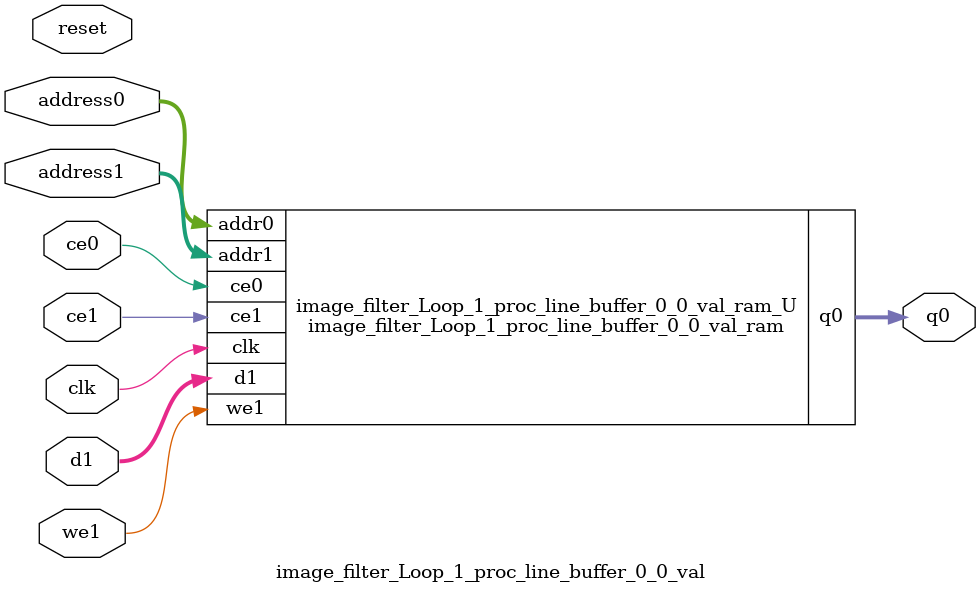
<source format=v>

`timescale 1 ns / 1 ps
module image_filter_Loop_1_proc_line_buffer_0_0_val_ram (addr0, ce0, q0, addr1, ce1, d1, we1,  clk);

parameter DWIDTH = 8;
parameter AWIDTH = 11;
parameter MEM_SIZE = 1921;

input[AWIDTH-1:0] addr0;
input ce0;
output reg[DWIDTH-1:0] q0;
input[AWIDTH-1:0] addr1;
input ce1;
input[DWIDTH-1:0] d1;
input we1;
input clk;

(* ram_style = "block" *)reg [DWIDTH-1:0] ram[MEM_SIZE-1:0];




always @(posedge clk)  
begin 
    if (ce0) 
    begin
            q0 <= ram[addr0];
    end
end


always @(posedge clk)  
begin 
    if (ce1) 
    begin
        if (we1) 
        begin 
            ram[addr1] <= d1; 
        end 
    end
end


endmodule


`timescale 1 ns / 1 ps
module image_filter_Loop_1_proc_line_buffer_0_0_val(
    reset,
    clk,
    address0,
    ce0,
    q0,
    address1,
    ce1,
    we1,
    d1);

parameter DataWidth = 32'd8;
parameter AddressRange = 32'd1921;
parameter AddressWidth = 32'd11;
input reset;
input clk;
input[AddressWidth - 1:0] address0;
input ce0;
output[DataWidth - 1:0] q0;
input[AddressWidth - 1:0] address1;
input ce1;
input we1;
input[DataWidth - 1:0] d1;



image_filter_Loop_1_proc_line_buffer_0_0_val_ram image_filter_Loop_1_proc_line_buffer_0_0_val_ram_U(
    .clk( clk ),
    .addr0( address0 ),
    .ce0( ce0 ),
    .q0( q0 ),
    .addr1( address1 ),
    .ce1( ce1 ),
    .d1( d1 ),
    .we1( we1 ));

endmodule


</source>
